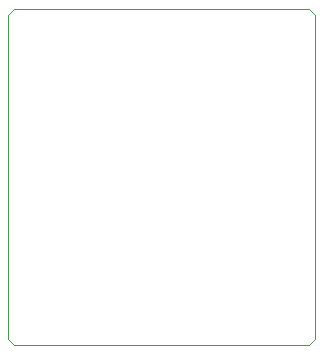
<source format=gm1>
G04 #@! TF.GenerationSoftware,KiCad,Pcbnew,(5.1.6)-1*
G04 #@! TF.CreationDate,2020-09-12T19:57:54+12:00*
G04 #@! TF.ProjectId,ESPAnt,45535041-6e74-42e6-9b69-6361645f7063,rev?*
G04 #@! TF.SameCoordinates,PX42c1d80PY8f0d180*
G04 #@! TF.FileFunction,Profile,NP*
%FSLAX46Y46*%
G04 Gerber Fmt 4.6, Leading zero omitted, Abs format (unit mm)*
G04 Created by KiCad (PCBNEW (5.1.6)-1) date 2020-09-12 19:57:54*
%MOMM*%
%LPD*%
G01*
G04 APERTURE LIST*
G04 #@! TA.AperFunction,Profile*
%ADD10C,0.050000*%
G04 #@! TD*
G04 APERTURE END LIST*
D10*
X1500000Y34500000D02*
X2000000Y35000000D01*
X1500000Y7000000D02*
X2000000Y6500000D01*
X27500000Y7000000D02*
X27000000Y6500000D01*
X27000000Y35000000D02*
X27500000Y34500000D01*
X1500000Y34500000D02*
X1500000Y7000000D01*
X27000000Y35000000D02*
X2000000Y35000000D01*
X27500000Y7000000D02*
X27500000Y34500000D01*
X2000000Y6500000D02*
X27000000Y6500000D01*
M02*

</source>
